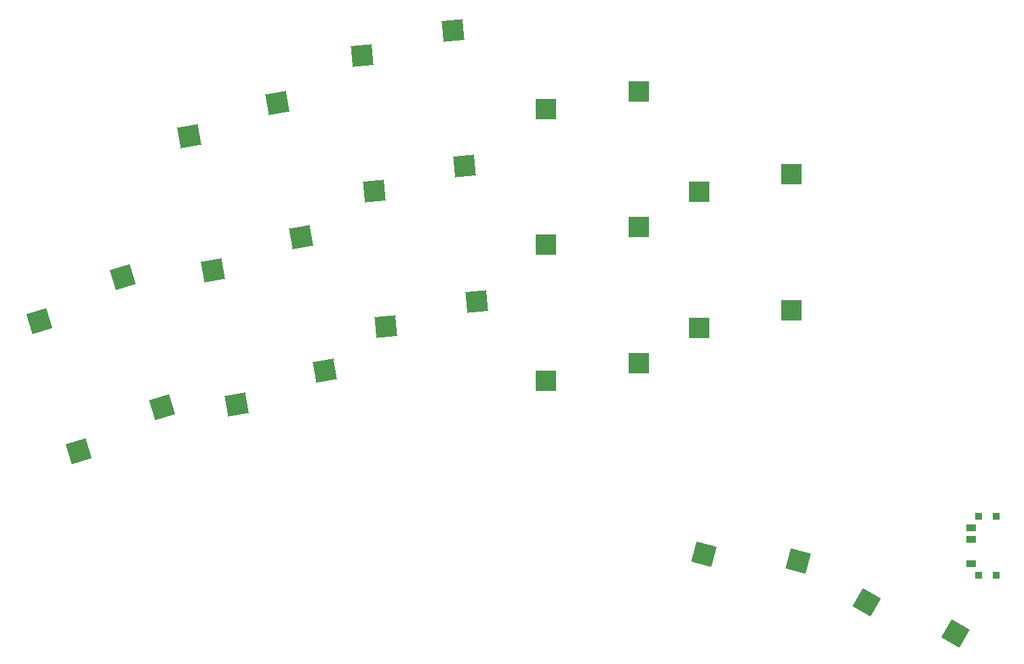
<source format=gtp>
%TF.GenerationSoftware,KiCad,Pcbnew,(6.0.4)*%
%TF.CreationDate,2022-05-08T19:11:06+02:00*%
%TF.ProjectId,battoota-curvy,62617474-6f6f-4746-912d-63757276792e,v1.0.0*%
%TF.SameCoordinates,Original*%
%TF.FileFunction,Paste,Top*%
%TF.FilePolarity,Positive*%
%FSLAX46Y46*%
G04 Gerber Fmt 4.6, Leading zero omitted, Abs format (unit mm)*
G04 Created by KiCad (PCBNEW (6.0.4)) date 2022-05-08 19:11:06*
%MOMM*%
%LPD*%
G01*
G04 APERTURE LIST*
G04 Aperture macros list*
%AMRotRect*
0 Rectangle, with rotation*
0 The origin of the aperture is its center*
0 $1 length*
0 $2 width*
0 $3 Rotation angle, in degrees counterclockwise*
0 Add horizontal line*
21,1,$1,$2,0,0,$3*%
G04 Aperture macros list end*
%ADD10RotRect,2.600000X2.600000X17.000000*%
%ADD11R,0.900000X0.900000*%
%ADD12R,1.250000X0.900000*%
%ADD13RotRect,2.600000X2.600000X10.000000*%
%ADD14RotRect,2.600000X2.600000X5.000000*%
%ADD15R,2.600000X2.600000*%
%ADD16RotRect,2.600000X2.600000X330.000000*%
%ADD17RotRect,2.600000X2.600000X345.000000*%
G04 APERTURE END LIST*
D10*
%TO.C,S3*%
X59204864Y73120313D03*
X48802762Y67639549D03*
%TD*%
D11*
%TO.C,T1*%
X161142148Y52149495D03*
X163342148Y59549495D03*
X163342148Y52149495D03*
X161142148Y59549495D03*
D12*
X160167148Y53599495D03*
X160167148Y56599495D03*
X160167148Y58099495D03*
%TD*%
D13*
%TO.C,S11*%
X73579149Y111173371D03*
X62586645Y107001157D03*
%TD*%
D14*
%TO.C,S15*%
X96965604Y103326961D03*
X85651298Y100128683D03*
%TD*%
D15*
%TO.C,S21*%
X118686087Y95636017D03*
X107136087Y93436017D03*
%TD*%
%TO.C,S29*%
X137792334Y102260985D03*
X126242334Y100060985D03*
%TD*%
D16*
%TO.C,S33*%
X158239878Y44875564D03*
X147137285Y48745308D03*
%TD*%
D13*
%TO.C,S7*%
X79483187Y77689907D03*
X68490683Y73517693D03*
%TD*%
D10*
%TO.C,S5*%
X54234545Y89377494D03*
X43832443Y83896730D03*
%TD*%
D15*
%TO.C,S27*%
X137792334Y85260985D03*
X126242334Y83060985D03*
%TD*%
D13*
%TO.C,S9*%
X76531168Y94431639D03*
X65538664Y90259425D03*
%TD*%
D14*
%TO.C,S13*%
X98447252Y86391651D03*
X87132946Y83193373D03*
%TD*%
%TO.C,S17*%
X95483957Y120262271D03*
X84169651Y117063993D03*
%TD*%
D17*
%TO.C,S31*%
X138594426Y53938364D03*
X126868581Y54802687D03*
%TD*%
D15*
%TO.C,S23*%
X118686087Y112636017D03*
X107136087Y110436017D03*
%TD*%
%TO.C,S19*%
X118686087Y78636017D03*
X107136087Y76436017D03*
%TD*%
M02*

</source>
